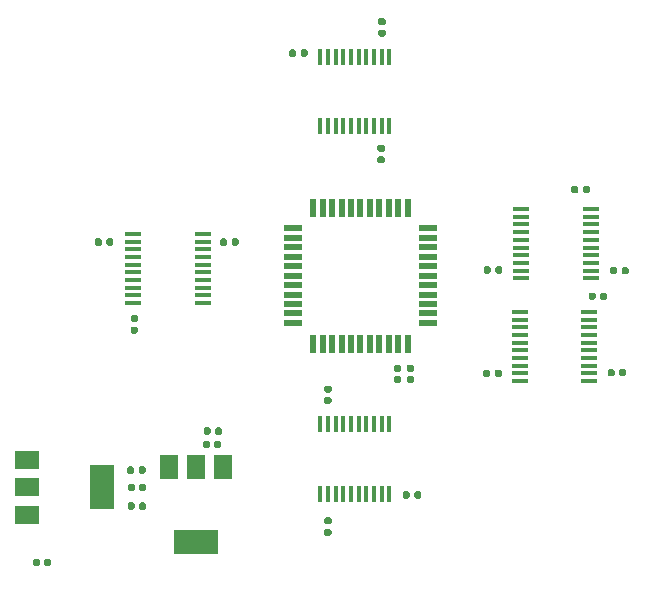
<source format=gbr>
%TF.GenerationSoftware,KiCad,Pcbnew,(5.1.6)-1*%
%TF.CreationDate,2020-09-22T22:19:12+03:00*%
%TF.ProjectId,Z80_devboard,5a38305f-6465-4766-926f-6172642e6b69,rev?*%
%TF.SameCoordinates,Original*%
%TF.FileFunction,Paste,Top*%
%TF.FilePolarity,Positive*%
%FSLAX46Y46*%
G04 Gerber Fmt 4.6, Leading zero omitted, Abs format (unit mm)*
G04 Created by KiCad (PCBNEW (5.1.6)-1) date 2020-09-22 22:19:12*
%MOMM*%
%LPD*%
G01*
G04 APERTURE LIST*
%ADD10R,1.500000X2.000000*%
%ADD11R,3.800000X2.000000*%
%ADD12R,2.000000X1.500000*%
%ADD13R,2.000000X3.800000*%
%ADD14R,1.475000X0.450000*%
%ADD15R,0.450000X1.475000*%
%ADD16R,0.600000X1.500000*%
%ADD17R,1.500000X0.600000*%
G04 APERTURE END LIST*
%TO.C,R7*%
G36*
G01*
X128915800Y-77602300D02*
X128915800Y-77947300D01*
G75*
G02*
X128768300Y-78094800I-147500J0D01*
G01*
X128473300Y-78094800D01*
G75*
G02*
X128325800Y-77947300I0J147500D01*
G01*
X128325800Y-77602300D01*
G75*
G02*
X128473300Y-77454800I147500J0D01*
G01*
X128768300Y-77454800D01*
G75*
G02*
X128915800Y-77602300I0J-147500D01*
G01*
G37*
G36*
G01*
X129885800Y-77602300D02*
X129885800Y-77947300D01*
G75*
G02*
X129738300Y-78094800I-147500J0D01*
G01*
X129443300Y-78094800D01*
G75*
G02*
X129295800Y-77947300I0J147500D01*
G01*
X129295800Y-77602300D01*
G75*
G02*
X129443300Y-77454800I147500J0D01*
G01*
X129738300Y-77454800D01*
G75*
G02*
X129885800Y-77602300I0J-147500D01*
G01*
G37*
%TD*%
%TO.C,R6*%
G36*
G01*
X130746000Y-86989700D02*
X130746000Y-86644700D01*
G75*
G02*
X130893500Y-86497200I147500J0D01*
G01*
X131188500Y-86497200D01*
G75*
G02*
X131336000Y-86644700I0J-147500D01*
G01*
X131336000Y-86989700D01*
G75*
G02*
X131188500Y-87137200I-147500J0D01*
G01*
X130893500Y-87137200D01*
G75*
G02*
X130746000Y-86989700I0J147500D01*
G01*
G37*
G36*
G01*
X129776000Y-86989700D02*
X129776000Y-86644700D01*
G75*
G02*
X129923500Y-86497200I147500J0D01*
G01*
X130218500Y-86497200D01*
G75*
G02*
X130366000Y-86644700I0J-147500D01*
G01*
X130366000Y-86989700D01*
G75*
G02*
X130218500Y-87137200I-147500J0D01*
G01*
X129923500Y-87137200D01*
G75*
G02*
X129776000Y-86989700I0J147500D01*
G01*
G37*
%TD*%
%TO.C,R5*%
G36*
G01*
X105006500Y-66058000D02*
X105006500Y-66403000D01*
G75*
G02*
X104859000Y-66550500I-147500J0D01*
G01*
X104564000Y-66550500D01*
G75*
G02*
X104416500Y-66403000I0J147500D01*
G01*
X104416500Y-66058000D01*
G75*
G02*
X104564000Y-65910500I147500J0D01*
G01*
X104859000Y-65910500D01*
G75*
G02*
X105006500Y-66058000I0J-147500D01*
G01*
G37*
G36*
G01*
X105976500Y-66058000D02*
X105976500Y-66403000D01*
G75*
G02*
X105829000Y-66550500I-147500J0D01*
G01*
X105534000Y-66550500D01*
G75*
G02*
X105386500Y-66403000I0J147500D01*
G01*
X105386500Y-66058000D01*
G75*
G02*
X105534000Y-65910500I147500J0D01*
G01*
X105829000Y-65910500D01*
G75*
G02*
X105976500Y-66058000I0J-147500D01*
G01*
G37*
%TD*%
%TO.C,R4*%
G36*
G01*
X115021000Y-103804500D02*
X115021000Y-103459500D01*
G75*
G02*
X115168500Y-103312000I147500J0D01*
G01*
X115463500Y-103312000D01*
G75*
G02*
X115611000Y-103459500I0J-147500D01*
G01*
X115611000Y-103804500D01*
G75*
G02*
X115463500Y-103952000I-147500J0D01*
G01*
X115168500Y-103952000D01*
G75*
G02*
X115021000Y-103804500I0J147500D01*
G01*
G37*
G36*
G01*
X114051000Y-103804500D02*
X114051000Y-103459500D01*
G75*
G02*
X114198500Y-103312000I147500J0D01*
G01*
X114493500Y-103312000D01*
G75*
G02*
X114641000Y-103459500I0J-147500D01*
G01*
X114641000Y-103804500D01*
G75*
G02*
X114493500Y-103952000I-147500J0D01*
G01*
X114198500Y-103952000D01*
G75*
G02*
X114051000Y-103804500I0J147500D01*
G01*
G37*
%TD*%
D10*
%TO.C,U2*%
X98820000Y-101307500D03*
X94220000Y-101307500D03*
X96520000Y-101307500D03*
D11*
X96520000Y-107607500D03*
%TD*%
D12*
%TO.C,U1*%
X82257500Y-100697000D03*
X82257500Y-105297000D03*
X82257500Y-102997000D03*
D13*
X88557500Y-102997000D03*
%TD*%
%TO.C,C16*%
G36*
G01*
X98147500Y-98407000D02*
X98147500Y-98062000D01*
G75*
G02*
X98295000Y-97914500I147500J0D01*
G01*
X98590000Y-97914500D01*
G75*
G02*
X98737500Y-98062000I0J-147500D01*
G01*
X98737500Y-98407000D01*
G75*
G02*
X98590000Y-98554500I-147500J0D01*
G01*
X98295000Y-98554500D01*
G75*
G02*
X98147500Y-98407000I0J147500D01*
G01*
G37*
G36*
G01*
X97177500Y-98407000D02*
X97177500Y-98062000D01*
G75*
G02*
X97325000Y-97914500I147500J0D01*
G01*
X97620000Y-97914500D01*
G75*
G02*
X97767500Y-98062000I0J-147500D01*
G01*
X97767500Y-98407000D01*
G75*
G02*
X97620000Y-98554500I-147500J0D01*
G01*
X97325000Y-98554500D01*
G75*
G02*
X97177500Y-98407000I0J147500D01*
G01*
G37*
%TD*%
%TO.C,C15*%
G36*
G01*
X98084000Y-99550000D02*
X98084000Y-99205000D01*
G75*
G02*
X98231500Y-99057500I147500J0D01*
G01*
X98526500Y-99057500D01*
G75*
G02*
X98674000Y-99205000I0J-147500D01*
G01*
X98674000Y-99550000D01*
G75*
G02*
X98526500Y-99697500I-147500J0D01*
G01*
X98231500Y-99697500D01*
G75*
G02*
X98084000Y-99550000I0J147500D01*
G01*
G37*
G36*
G01*
X97114000Y-99550000D02*
X97114000Y-99205000D01*
G75*
G02*
X97261500Y-99057500I147500J0D01*
G01*
X97556500Y-99057500D01*
G75*
G02*
X97704000Y-99205000I0J-147500D01*
G01*
X97704000Y-99550000D01*
G75*
G02*
X97556500Y-99697500I-147500J0D01*
G01*
X97261500Y-99697500D01*
G75*
G02*
X97114000Y-99550000I0J147500D01*
G01*
G37*
%TD*%
%TO.C,C14*%
G36*
G01*
X91716500Y-104757000D02*
X91716500Y-104412000D01*
G75*
G02*
X91864000Y-104264500I147500J0D01*
G01*
X92159000Y-104264500D01*
G75*
G02*
X92306500Y-104412000I0J-147500D01*
G01*
X92306500Y-104757000D01*
G75*
G02*
X92159000Y-104904500I-147500J0D01*
G01*
X91864000Y-104904500D01*
G75*
G02*
X91716500Y-104757000I0J147500D01*
G01*
G37*
G36*
G01*
X90746500Y-104757000D02*
X90746500Y-104412000D01*
G75*
G02*
X90894000Y-104264500I147500J0D01*
G01*
X91189000Y-104264500D01*
G75*
G02*
X91336500Y-104412000I0J-147500D01*
G01*
X91336500Y-104757000D01*
G75*
G02*
X91189000Y-104904500I-147500J0D01*
G01*
X90894000Y-104904500D01*
G75*
G02*
X90746500Y-104757000I0J147500D01*
G01*
G37*
%TD*%
%TO.C,C13*%
G36*
G01*
X91734000Y-103169500D02*
X91734000Y-102824500D01*
G75*
G02*
X91881500Y-102677000I147500J0D01*
G01*
X92176500Y-102677000D01*
G75*
G02*
X92324000Y-102824500I0J-147500D01*
G01*
X92324000Y-103169500D01*
G75*
G02*
X92176500Y-103317000I-147500J0D01*
G01*
X91881500Y-103317000D01*
G75*
G02*
X91734000Y-103169500I0J147500D01*
G01*
G37*
G36*
G01*
X90764000Y-103169500D02*
X90764000Y-102824500D01*
G75*
G02*
X90911500Y-102677000I147500J0D01*
G01*
X91206500Y-102677000D01*
G75*
G02*
X91354000Y-102824500I0J-147500D01*
G01*
X91354000Y-103169500D01*
G75*
G02*
X91206500Y-103317000I-147500J0D01*
G01*
X90911500Y-103317000D01*
G75*
G02*
X90764000Y-103169500I0J147500D01*
G01*
G37*
%TD*%
%TO.C,C12*%
G36*
G01*
X91670500Y-101709000D02*
X91670500Y-101364000D01*
G75*
G02*
X91818000Y-101216500I147500J0D01*
G01*
X92113000Y-101216500D01*
G75*
G02*
X92260500Y-101364000I0J-147500D01*
G01*
X92260500Y-101709000D01*
G75*
G02*
X92113000Y-101856500I-147500J0D01*
G01*
X91818000Y-101856500D01*
G75*
G02*
X91670500Y-101709000I0J147500D01*
G01*
G37*
G36*
G01*
X90700500Y-101709000D02*
X90700500Y-101364000D01*
G75*
G02*
X90848000Y-101216500I147500J0D01*
G01*
X91143000Y-101216500D01*
G75*
G02*
X91290500Y-101364000I0J-147500D01*
G01*
X91290500Y-101709000D01*
G75*
G02*
X91143000Y-101856500I-147500J0D01*
G01*
X90848000Y-101856500D01*
G75*
G02*
X90700500Y-101709000I0J147500D01*
G01*
G37*
%TD*%
%TO.C,C11*%
G36*
G01*
X83692500Y-109519500D02*
X83692500Y-109174500D01*
G75*
G02*
X83840000Y-109027000I147500J0D01*
G01*
X84135000Y-109027000D01*
G75*
G02*
X84282500Y-109174500I0J-147500D01*
G01*
X84282500Y-109519500D01*
G75*
G02*
X84135000Y-109667000I-147500J0D01*
G01*
X83840000Y-109667000D01*
G75*
G02*
X83692500Y-109519500I0J147500D01*
G01*
G37*
G36*
G01*
X82722500Y-109519500D02*
X82722500Y-109174500D01*
G75*
G02*
X82870000Y-109027000I147500J0D01*
G01*
X83165000Y-109027000D01*
G75*
G02*
X83312500Y-109174500I0J-147500D01*
G01*
X83312500Y-109519500D01*
G75*
G02*
X83165000Y-109667000I-147500J0D01*
G01*
X82870000Y-109667000D01*
G75*
G02*
X82722500Y-109519500I0J147500D01*
G01*
G37*
%TD*%
%TO.C,R3*%
G36*
G01*
X91140500Y-89384500D02*
X91485500Y-89384500D01*
G75*
G02*
X91633000Y-89532000I0J-147500D01*
G01*
X91633000Y-89827000D01*
G75*
G02*
X91485500Y-89974500I-147500J0D01*
G01*
X91140500Y-89974500D01*
G75*
G02*
X90993000Y-89827000I0J147500D01*
G01*
X90993000Y-89532000D01*
G75*
G02*
X91140500Y-89384500I147500J0D01*
G01*
G37*
G36*
G01*
X91140500Y-88414500D02*
X91485500Y-88414500D01*
G75*
G02*
X91633000Y-88562000I0J-147500D01*
G01*
X91633000Y-88857000D01*
G75*
G02*
X91485500Y-89004500I-147500J0D01*
G01*
X91140500Y-89004500D01*
G75*
G02*
X90993000Y-88857000I0J147500D01*
G01*
X90993000Y-88562000D01*
G75*
G02*
X91140500Y-88414500I147500J0D01*
G01*
G37*
%TD*%
%TO.C,R2*%
G36*
G01*
X113774000Y-93195500D02*
X113429000Y-93195500D01*
G75*
G02*
X113281500Y-93048000I0J147500D01*
G01*
X113281500Y-92753000D01*
G75*
G02*
X113429000Y-92605500I147500J0D01*
G01*
X113774000Y-92605500D01*
G75*
G02*
X113921500Y-92753000I0J-147500D01*
G01*
X113921500Y-93048000D01*
G75*
G02*
X113774000Y-93195500I-147500J0D01*
G01*
G37*
G36*
G01*
X113774000Y-94165500D02*
X113429000Y-94165500D01*
G75*
G02*
X113281500Y-94018000I0J147500D01*
G01*
X113281500Y-93723000D01*
G75*
G02*
X113429000Y-93575500I147500J0D01*
G01*
X113774000Y-93575500D01*
G75*
G02*
X113921500Y-93723000I0J-147500D01*
G01*
X113921500Y-94018000D01*
G75*
G02*
X113774000Y-94165500I-147500J0D01*
G01*
G37*
%TD*%
%TO.C,R1*%
G36*
G01*
X114853500Y-93195500D02*
X114508500Y-93195500D01*
G75*
G02*
X114361000Y-93048000I0J147500D01*
G01*
X114361000Y-92753000D01*
G75*
G02*
X114508500Y-92605500I147500J0D01*
G01*
X114853500Y-92605500D01*
G75*
G02*
X115001000Y-92753000I0J-147500D01*
G01*
X115001000Y-93048000D01*
G75*
G02*
X114853500Y-93195500I-147500J0D01*
G01*
G37*
G36*
G01*
X114853500Y-94165500D02*
X114508500Y-94165500D01*
G75*
G02*
X114361000Y-94018000I0J147500D01*
G01*
X114361000Y-93723000D01*
G75*
G02*
X114508500Y-93575500I147500J0D01*
G01*
X114853500Y-93575500D01*
G75*
G02*
X115001000Y-93723000I0J-147500D01*
G01*
X115001000Y-94018000D01*
G75*
G02*
X114853500Y-94165500I-147500J0D01*
G01*
G37*
%TD*%
D14*
%TO.C,IC6*%
X123935000Y-93984000D03*
X123935000Y-93334000D03*
X123935000Y-92684000D03*
X123935000Y-92034000D03*
X123935000Y-91384000D03*
X123935000Y-90734000D03*
X123935000Y-90084000D03*
X123935000Y-89434000D03*
X123935000Y-88784000D03*
X123935000Y-88134000D03*
X129811000Y-88134000D03*
X129811000Y-88784000D03*
X129811000Y-89434000D03*
X129811000Y-90084000D03*
X129811000Y-90734000D03*
X129811000Y-91384000D03*
X129811000Y-92034000D03*
X129811000Y-92684000D03*
X129811000Y-93334000D03*
X129811000Y-93984000D03*
%TD*%
D15*
%TO.C,IC5*%
X107057000Y-97646000D03*
X107707000Y-97646000D03*
X108357000Y-97646000D03*
X109007000Y-97646000D03*
X109657000Y-97646000D03*
X110307000Y-97646000D03*
X110957000Y-97646000D03*
X111607000Y-97646000D03*
X112257000Y-97646000D03*
X112907000Y-97646000D03*
X112907000Y-103522000D03*
X112257000Y-103522000D03*
X111607000Y-103522000D03*
X110957000Y-103522000D03*
X110307000Y-103522000D03*
X109657000Y-103522000D03*
X109007000Y-103522000D03*
X108357000Y-103522000D03*
X107707000Y-103522000D03*
X107057000Y-103522000D03*
%TD*%
%TO.C,IC4*%
X112907000Y-72407000D03*
X112257000Y-72407000D03*
X111607000Y-72407000D03*
X110957000Y-72407000D03*
X110307000Y-72407000D03*
X109657000Y-72407000D03*
X109007000Y-72407000D03*
X108357000Y-72407000D03*
X107707000Y-72407000D03*
X107057000Y-72407000D03*
X107057000Y-66531000D03*
X107707000Y-66531000D03*
X108357000Y-66531000D03*
X109007000Y-66531000D03*
X109657000Y-66531000D03*
X110307000Y-66531000D03*
X110957000Y-66531000D03*
X111607000Y-66531000D03*
X112257000Y-66531000D03*
X112907000Y-66531000D03*
%TD*%
D14*
%TO.C,IC3*%
X124062000Y-85284500D03*
X124062000Y-84634500D03*
X124062000Y-83984500D03*
X124062000Y-83334500D03*
X124062000Y-82684500D03*
X124062000Y-82034500D03*
X124062000Y-81384500D03*
X124062000Y-80734500D03*
X124062000Y-80084500D03*
X124062000Y-79434500D03*
X129938000Y-79434500D03*
X129938000Y-80084500D03*
X129938000Y-80734500D03*
X129938000Y-81384500D03*
X129938000Y-82034500D03*
X129938000Y-82684500D03*
X129938000Y-83334500D03*
X129938000Y-83984500D03*
X129938000Y-84634500D03*
X129938000Y-85284500D03*
%TD*%
%TO.C,IC2*%
X97108500Y-81530000D03*
X97108500Y-82180000D03*
X97108500Y-82830000D03*
X97108500Y-83480000D03*
X97108500Y-84130000D03*
X97108500Y-84780000D03*
X97108500Y-85430000D03*
X97108500Y-86080000D03*
X97108500Y-86730000D03*
X97108500Y-87380000D03*
X91232500Y-87380000D03*
X91232500Y-86730000D03*
X91232500Y-86080000D03*
X91232500Y-85430000D03*
X91232500Y-84780000D03*
X91232500Y-84130000D03*
X91232500Y-83480000D03*
X91232500Y-82830000D03*
X91232500Y-82180000D03*
X91232500Y-81530000D03*
%TD*%
D16*
%TO.C,IC1*%
X106459000Y-79313000D03*
X107259000Y-79313000D03*
X108059000Y-79313000D03*
X108859000Y-79313000D03*
X109659000Y-79313000D03*
X110459000Y-79313000D03*
X111259000Y-79313000D03*
X112059000Y-79313000D03*
X112859000Y-79313000D03*
X113659000Y-79313000D03*
X114459000Y-79313000D03*
D17*
X116209000Y-81063000D03*
X116209000Y-81863000D03*
X116209000Y-82663000D03*
X116209000Y-83463000D03*
X116209000Y-84263000D03*
X116209000Y-85063000D03*
X116209000Y-85863000D03*
X116209000Y-86663000D03*
X116209000Y-87463000D03*
X116209000Y-88263000D03*
X116209000Y-89063000D03*
D16*
X114459000Y-90813000D03*
X113659000Y-90813000D03*
X112859000Y-90813000D03*
X112059000Y-90813000D03*
X111259000Y-90813000D03*
X110459000Y-90813000D03*
X109659000Y-90813000D03*
X108859000Y-90813000D03*
X108059000Y-90813000D03*
X107259000Y-90813000D03*
X106459000Y-90813000D03*
D17*
X104709000Y-89063000D03*
X104709000Y-88263000D03*
X104709000Y-87463000D03*
X104709000Y-86663000D03*
X104709000Y-85863000D03*
X104709000Y-85063000D03*
X104709000Y-84263000D03*
X104709000Y-83463000D03*
X104709000Y-82663000D03*
X104709000Y-81863000D03*
X104709000Y-81063000D03*
%TD*%
%TO.C,C10*%
G36*
G01*
X132564500Y-84818000D02*
X132564500Y-84473000D01*
G75*
G02*
X132712000Y-84325500I147500J0D01*
G01*
X133007000Y-84325500D01*
G75*
G02*
X133154500Y-84473000I0J-147500D01*
G01*
X133154500Y-84818000D01*
G75*
G02*
X133007000Y-84965500I-147500J0D01*
G01*
X132712000Y-84965500D01*
G75*
G02*
X132564500Y-84818000I0J147500D01*
G01*
G37*
G36*
G01*
X131594500Y-84818000D02*
X131594500Y-84473000D01*
G75*
G02*
X131742000Y-84325500I147500J0D01*
G01*
X132037000Y-84325500D01*
G75*
G02*
X132184500Y-84473000I0J-147500D01*
G01*
X132184500Y-84818000D01*
G75*
G02*
X132037000Y-84965500I-147500J0D01*
G01*
X131742000Y-84965500D01*
G75*
G02*
X131594500Y-84818000I0J147500D01*
G01*
G37*
%TD*%
%TO.C,C9*%
G36*
G01*
X107523500Y-106512000D02*
X107868500Y-106512000D01*
G75*
G02*
X108016000Y-106659500I0J-147500D01*
G01*
X108016000Y-106954500D01*
G75*
G02*
X107868500Y-107102000I-147500J0D01*
G01*
X107523500Y-107102000D01*
G75*
G02*
X107376000Y-106954500I0J147500D01*
G01*
X107376000Y-106659500D01*
G75*
G02*
X107523500Y-106512000I147500J0D01*
G01*
G37*
G36*
G01*
X107523500Y-105542000D02*
X107868500Y-105542000D01*
G75*
G02*
X108016000Y-105689500I0J-147500D01*
G01*
X108016000Y-105984500D01*
G75*
G02*
X107868500Y-106132000I-147500J0D01*
G01*
X107523500Y-106132000D01*
G75*
G02*
X107376000Y-105984500I0J147500D01*
G01*
X107376000Y-105689500D01*
G75*
G02*
X107523500Y-105542000I147500J0D01*
G01*
G37*
%TD*%
%TO.C,C8*%
G36*
G01*
X132356500Y-93454000D02*
X132356500Y-93109000D01*
G75*
G02*
X132504000Y-92961500I147500J0D01*
G01*
X132799000Y-92961500D01*
G75*
G02*
X132946500Y-93109000I0J-147500D01*
G01*
X132946500Y-93454000D01*
G75*
G02*
X132799000Y-93601500I-147500J0D01*
G01*
X132504000Y-93601500D01*
G75*
G02*
X132356500Y-93454000I0J147500D01*
G01*
G37*
G36*
G01*
X131386500Y-93454000D02*
X131386500Y-93109000D01*
G75*
G02*
X131534000Y-92961500I147500J0D01*
G01*
X131829000Y-92961500D01*
G75*
G02*
X131976500Y-93109000I0J-147500D01*
G01*
X131976500Y-93454000D01*
G75*
G02*
X131829000Y-93601500I-147500J0D01*
G01*
X131534000Y-93601500D01*
G75*
G02*
X131386500Y-93454000I0J147500D01*
G01*
G37*
%TD*%
%TO.C,C7*%
G36*
G01*
X112440500Y-63858500D02*
X112095500Y-63858500D01*
G75*
G02*
X111948000Y-63711000I0J147500D01*
G01*
X111948000Y-63416000D01*
G75*
G02*
X112095500Y-63268500I147500J0D01*
G01*
X112440500Y-63268500D01*
G75*
G02*
X112588000Y-63416000I0J-147500D01*
G01*
X112588000Y-63711000D01*
G75*
G02*
X112440500Y-63858500I-147500J0D01*
G01*
G37*
G36*
G01*
X112440500Y-64828500D02*
X112095500Y-64828500D01*
G75*
G02*
X111948000Y-64681000I0J147500D01*
G01*
X111948000Y-64386000D01*
G75*
G02*
X112095500Y-64238500I147500J0D01*
G01*
X112440500Y-64238500D01*
G75*
G02*
X112588000Y-64386000I0J-147500D01*
G01*
X112588000Y-64681000D01*
G75*
G02*
X112440500Y-64828500I-147500J0D01*
G01*
G37*
%TD*%
%TO.C,C6*%
G36*
G01*
X88560000Y-82060000D02*
X88560000Y-82405000D01*
G75*
G02*
X88412500Y-82552500I-147500J0D01*
G01*
X88117500Y-82552500D01*
G75*
G02*
X87970000Y-82405000I0J147500D01*
G01*
X87970000Y-82060000D01*
G75*
G02*
X88117500Y-81912500I147500J0D01*
G01*
X88412500Y-81912500D01*
G75*
G02*
X88560000Y-82060000I0J-147500D01*
G01*
G37*
G36*
G01*
X89530000Y-82060000D02*
X89530000Y-82405000D01*
G75*
G02*
X89382500Y-82552500I-147500J0D01*
G01*
X89087500Y-82552500D01*
G75*
G02*
X88940000Y-82405000I0J147500D01*
G01*
X88940000Y-82060000D01*
G75*
G02*
X89087500Y-81912500I147500J0D01*
G01*
X89382500Y-81912500D01*
G75*
G02*
X89530000Y-82060000I0J-147500D01*
G01*
G37*
%TD*%
%TO.C,C5*%
G36*
G01*
X107868500Y-94973500D02*
X107523500Y-94973500D01*
G75*
G02*
X107376000Y-94826000I0J147500D01*
G01*
X107376000Y-94531000D01*
G75*
G02*
X107523500Y-94383500I147500J0D01*
G01*
X107868500Y-94383500D01*
G75*
G02*
X108016000Y-94531000I0J-147500D01*
G01*
X108016000Y-94826000D01*
G75*
G02*
X107868500Y-94973500I-147500J0D01*
G01*
G37*
G36*
G01*
X107868500Y-95943500D02*
X107523500Y-95943500D01*
G75*
G02*
X107376000Y-95796000I0J147500D01*
G01*
X107376000Y-95501000D01*
G75*
G02*
X107523500Y-95353500I147500J0D01*
G01*
X107868500Y-95353500D01*
G75*
G02*
X108016000Y-95501000I0J-147500D01*
G01*
X108016000Y-95796000D01*
G75*
G02*
X107868500Y-95943500I-147500J0D01*
G01*
G37*
%TD*%
%TO.C,C4*%
G36*
G01*
X112032000Y-74970000D02*
X112377000Y-74970000D01*
G75*
G02*
X112524500Y-75117500I0J-147500D01*
G01*
X112524500Y-75412500D01*
G75*
G02*
X112377000Y-75560000I-147500J0D01*
G01*
X112032000Y-75560000D01*
G75*
G02*
X111884500Y-75412500I0J147500D01*
G01*
X111884500Y-75117500D01*
G75*
G02*
X112032000Y-74970000I147500J0D01*
G01*
G37*
G36*
G01*
X112032000Y-74000000D02*
X112377000Y-74000000D01*
G75*
G02*
X112524500Y-74147500I0J-147500D01*
G01*
X112524500Y-74442500D01*
G75*
G02*
X112377000Y-74590000I-147500J0D01*
G01*
X112032000Y-74590000D01*
G75*
G02*
X111884500Y-74442500I0J147500D01*
G01*
X111884500Y-74147500D01*
G75*
G02*
X112032000Y-74000000I147500J0D01*
G01*
G37*
%TD*%
%TO.C,C3*%
G36*
G01*
X121499000Y-84409500D02*
X121499000Y-84754500D01*
G75*
G02*
X121351500Y-84902000I-147500J0D01*
G01*
X121056500Y-84902000D01*
G75*
G02*
X120909000Y-84754500I0J147500D01*
G01*
X120909000Y-84409500D01*
G75*
G02*
X121056500Y-84262000I147500J0D01*
G01*
X121351500Y-84262000D01*
G75*
G02*
X121499000Y-84409500I0J-147500D01*
G01*
G37*
G36*
G01*
X122469000Y-84409500D02*
X122469000Y-84754500D01*
G75*
G02*
X122321500Y-84902000I-147500J0D01*
G01*
X122026500Y-84902000D01*
G75*
G02*
X121879000Y-84754500I0J147500D01*
G01*
X121879000Y-84409500D01*
G75*
G02*
X122026500Y-84262000I147500J0D01*
G01*
X122321500Y-84262000D01*
G75*
G02*
X122469000Y-84409500I0J-147500D01*
G01*
G37*
%TD*%
%TO.C,C2*%
G36*
G01*
X99544500Y-82405000D02*
X99544500Y-82060000D01*
G75*
G02*
X99692000Y-81912500I147500J0D01*
G01*
X99987000Y-81912500D01*
G75*
G02*
X100134500Y-82060000I0J-147500D01*
G01*
X100134500Y-82405000D01*
G75*
G02*
X99987000Y-82552500I-147500J0D01*
G01*
X99692000Y-82552500D01*
G75*
G02*
X99544500Y-82405000I0J147500D01*
G01*
G37*
G36*
G01*
X98574500Y-82405000D02*
X98574500Y-82060000D01*
G75*
G02*
X98722000Y-81912500I147500J0D01*
G01*
X99017000Y-81912500D01*
G75*
G02*
X99164500Y-82060000I0J-147500D01*
G01*
X99164500Y-82405000D01*
G75*
G02*
X99017000Y-82552500I-147500J0D01*
G01*
X98722000Y-82552500D01*
G75*
G02*
X98574500Y-82405000I0J147500D01*
G01*
G37*
%TD*%
%TO.C,C1*%
G36*
G01*
X121435500Y-93172500D02*
X121435500Y-93517500D01*
G75*
G02*
X121288000Y-93665000I-147500J0D01*
G01*
X120993000Y-93665000D01*
G75*
G02*
X120845500Y-93517500I0J147500D01*
G01*
X120845500Y-93172500D01*
G75*
G02*
X120993000Y-93025000I147500J0D01*
G01*
X121288000Y-93025000D01*
G75*
G02*
X121435500Y-93172500I0J-147500D01*
G01*
G37*
G36*
G01*
X122405500Y-93172500D02*
X122405500Y-93517500D01*
G75*
G02*
X122258000Y-93665000I-147500J0D01*
G01*
X121963000Y-93665000D01*
G75*
G02*
X121815500Y-93517500I0J147500D01*
G01*
X121815500Y-93172500D01*
G75*
G02*
X121963000Y-93025000I147500J0D01*
G01*
X122258000Y-93025000D01*
G75*
G02*
X122405500Y-93172500I0J-147500D01*
G01*
G37*
%TD*%
M02*

</source>
